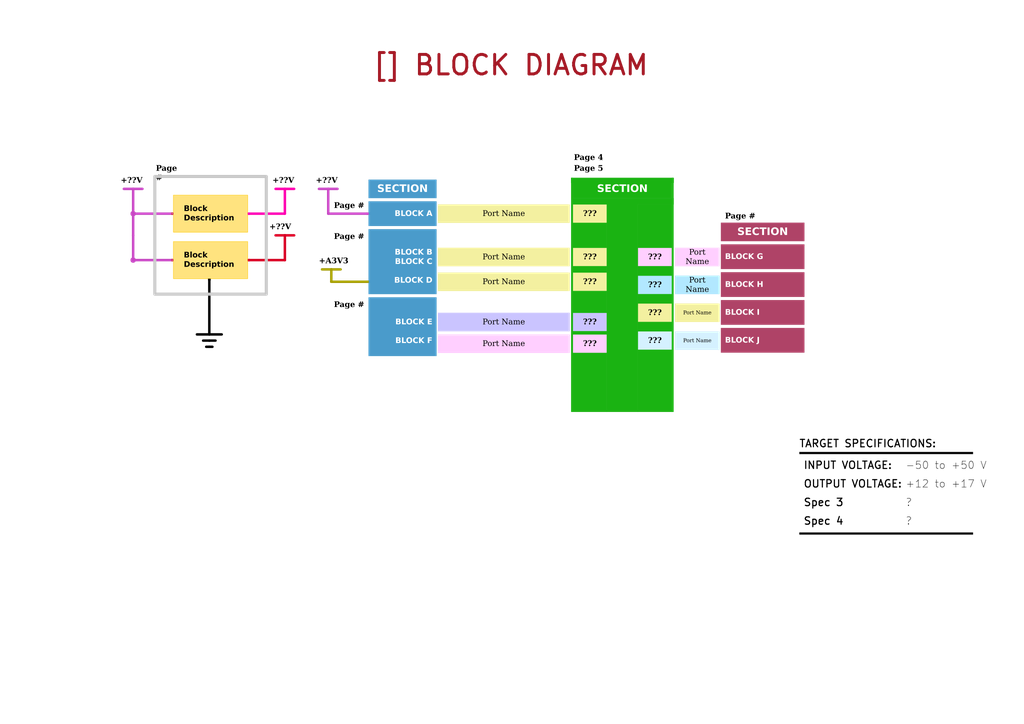
<source format=kicad_sch>
(kicad_sch
	(version 20250114)
	(generator "eeschema")
	(generator_version "9.0")
	(uuid "d4440dba-022e-49b2-97f2-6fc1871c7304")
	(paper "A3")
	(title_block
		(title "BLOCK DIAGRAM")
		(date "2025-01-12")
		(rev "${REVISION}")
		(company "${COMPANY}")
	)
	(lib_symbols)
	(rectangle
		(start 248.92 83.185)
		(end 261.62 168.91)
		(stroke
			(width 0)
			(type default)
			(color 26 179 18 1)
		)
		(fill
			(type color)
			(color 26 179 18 1)
		)
		(uuid 051b3dab-07ca-4b94-92bb-989d74ed83ce)
	)
	(rectangle
		(start 101.727 87.249)
		(end 102.362 88.011)
		(stroke
			(width 0.25)
			(type default)
			(color 255 0 171 1)
		)
		(fill
			(type color)
			(color 255 0 171 1)
		)
		(uuid 12a8f300-c059-4689-9da2-e775c9b7b222)
	)
	(rectangle
		(start 234.315 73.025)
		(end 276.225 74.93)
		(stroke
			(width 0.254)
			(type default)
			(color 26 179 18 1)
		)
		(fill
			(type color)
			(color 26 179 18 1)
		)
		(uuid 1c38ab9f-78ac-4525-a905-692b68e0d7be)
	)
	(rectangle
		(start 261.62 83.82)
		(end 275.59 101.6)
		(stroke
			(width 0)
			(type default)
			(color 26 179 18 1)
		)
		(fill
			(type color)
			(color 26 179 18 1)
		)
		(uuid 26212d99-97fb-4a34-b4ec-26a67ba18c64)
	)
	(rectangle
		(start 234.95 119.38)
		(end 248.92 128.27)
		(stroke
			(width 0)
			(type default)
			(color 26 179 18 1)
		)
		(fill
			(type color)
			(color 26 179 18 1)
		)
		(uuid 33939e83-1742-40c8-b78d-5af3b914ab31)
	)
	(rectangle
		(start 150.495 115.189)
		(end 151.13 115.951)
		(stroke
			(width 0.25)
			(type default)
			(color 162 155 0 1)
		)
		(fill
			(type color)
			(color 162 155 0 1)
		)
		(uuid 3b840477-c973-44d9-8a43-b3feac50c6bc)
	)
	(rectangle
		(start 275.59 73.025)
		(end 276.225 168.91)
		(stroke
			(width 0)
			(type default)
			(color 26 179 18 1)
		)
		(fill
			(type color)
			(color 26 179 18 1)
		)
		(uuid 43ad7506-e0d7-49b6-972c-517451df1dd9)
	)
	(rectangle
		(start 70.358 87.249)
		(end 70.993 88.011)
		(stroke
			(width 0.25)
			(type default)
			(color 200 50 50 1)
		)
		(fill
			(type color)
			(color 200 50 50 1)
		)
		(uuid 4c6cb9bc-6ebc-49a3-893d-9406d03eb74b)
	)
	(rectangle
		(start 261.62 132.08)
		(end 275.59 135.89)
		(stroke
			(width 0)
			(type default)
			(color 26 179 18 1)
		)
		(fill
			(type color)
			(color 26 179 18 1)
		)
		(uuid 5911023f-b729-4638-87b7-c8fa6a2da4ad)
	)
	(rectangle
		(start 71.12 99.06)
		(end 101.6 114.3)
		(stroke
			(width 0)
			(type default)
			(color 255 200 0 0.5019607843)
		)
		(fill
			(type color)
			(color 255 200 0 0.5019607843)
		)
		(uuid 6d27083e-baf9-459e-b0dc-430395e74362)
	)
	(rectangle
		(start 150.495 87.249)
		(end 151.13 88.011)
		(stroke
			(width 0.25)
			(type default)
			(color 198 71 194 1)
		)
		(fill
			(type color)
			(color 198 71 194 1)
		)
		(uuid 70402685-b75b-4b36-9a72-62f7d7d97bb6)
	)
	(rectangle
		(start 261.62 120.65)
		(end 275.59 124.46)
		(stroke
			(width 0)
			(type default)
			(color 26 179 18 1)
		)
		(fill
			(type color)
			(color 26 179 18 1)
		)
		(uuid 704c4eca-e0af-4df0-a6c1-739054ac1983)
	)
	(rectangle
		(start 234.95 109.22)
		(end 248.92 111.76)
		(stroke
			(width 0)
			(type default)
			(color 26 179 18 1)
		)
		(fill
			(type color)
			(color 26 179 18 1)
		)
		(uuid 74c5f5ac-510e-4c99-8e0e-ca2d145a7687)
	)
	(rectangle
		(start 261.62 109.22)
		(end 275.59 113.03)
		(stroke
			(width 0)
			(type default)
			(color 26 179 18 1)
		)
		(fill
			(type color)
			(color 26 179 18 1)
		)
		(uuid 87d7856c-4e25-4074-8ed9-6d9286fce9a4)
	)
	(rectangle
		(start 63.5 72.39)
		(end 109.22 120.65)
		(stroke
			(width 1.27)
			(type default)
			(color 200 200 200 1)
		)
		(fill
			(type none)
		)
		(uuid 897139e0-9c3f-4923-b42e-05cc6d59978b)
	)
	(rectangle
		(start 85.344 114.3)
		(end 86.36 115.062)
		(stroke
			(width 0.001)
			(type default)
			(color 0 0 0 1)
		)
		(fill
			(type color)
			(color 0 0 0 1)
		)
		(uuid 8fb245d6-696e-46a9-aee0-fc71b1bd2811)
	)
	(rectangle
		(start 70.358 106.299)
		(end 70.993 107.061)
		(stroke
			(width 0.25)
			(type default)
			(color 200 50 50 1)
		)
		(fill
			(type color)
			(color 200 50 50 1)
		)
		(uuid 926c14cd-51d6-4183-83aa-3acd3f364634)
	)
	(rectangle
		(start 327.914 218.44)
		(end 399.034 219.202)
		(stroke
			(width 0)
			(type default)
			(color 0 0 0 1)
		)
		(fill
			(type color)
			(color 0 0 0 1)
		)
		(uuid 96358351-64fb-49b9-98d4-c975a586b1c3)
	)
	(rectangle
		(start 234.95 135.89)
		(end 248.92 137.16)
		(stroke
			(width 0)
			(type default)
			(color 26 179 18 1)
		)
		(fill
			(type color)
			(color 26 179 18 1)
		)
		(uuid 97242065-2f97-4ca3-afed-c927195a53b5)
	)
	(rectangle
		(start 101.727 106.299)
		(end 102.362 107.061)
		(stroke
			(width 0.25)
			(type default)
			(color 212 0 32 1)
		)
		(fill
			(type color)
			(color 212 0 32 1)
		)
		(uuid b511ed02-73dc-4aca-8856-32e3a0e7b2bd)
	)
	(rectangle
		(start 234.95 91.44)
		(end 248.92 101.6)
		(stroke
			(width 0)
			(type default)
			(color 26 179 18 1)
		)
		(fill
			(type color)
			(color 26 179 18 1)
		)
		(uuid b7a01405-5415-4722-a9d4-e1bc398d69f2)
	)
	(rectangle
		(start 261.62 143.51)
		(end 275.59 168.91)
		(stroke
			(width 0)
			(type default)
			(color 26 179 18 1)
		)
		(fill
			(type color)
			(color 26 179 18 1)
		)
		(uuid c05a42e9-546b-43b1-a369-f14860ee7f90)
	)
	(rectangle
		(start 234.95 144.78)
		(end 248.92 168.91)
		(stroke
			(width 0)
			(type default)
			(color 26 179 18 1)
		)
		(fill
			(type color)
			(color 26 179 18 1)
		)
		(uuid c0f61f09-5d95-4ea6-baa5-6b9b5ba11fd4)
	)
	(circle
		(center 54.61 106.68)
		(radius 1.016)
		(stroke
			(width 0)
			(type default)
			(color 198 71 194 1)
		)
		(fill
			(type color)
			(color 198 71 194 1)
		)
		(uuid c30887ce-e8b0-4e61-8035-f856b5a10339)
	)
	(rectangle
		(start 327.914 185.42)
		(end 399.034 186.182)
		(stroke
			(width 0)
			(type default)
			(color 0 0 0 1)
		)
		(fill
			(type color)
			(color 0 0 0 1)
		)
		(uuid ca4906af-4562-456f-b79d-f6f2c9056c36)
	)
	(rectangle
		(start 71.12 80.01)
		(end 101.6 95.25)
		(stroke
			(width 0)
			(type default)
			(color 255 200 0 0.5019607843)
		)
		(fill
			(type color)
			(color 255 200 0 0.5019607843)
		)
		(uuid d13c4f55-d46a-439a-a208-cbdf66d39a09)
	)
	(rectangle
		(start 234.315 73.025)
		(end 234.95 168.91)
		(stroke
			(width 0)
			(type default)
			(color 26 179 18 1)
		)
		(fill
			(type color)
			(color 26 179 18 1)
		)
		(uuid dc9ef58a-3544-4871-98b7-f59b2deb6c2b)
	)
	(rectangle
		(start 234.95 81.28)
		(end 276.225 83.82)
		(stroke
			(width 0)
			(type default)
			(color 26 179 18 1)
		)
		(fill
			(type color)
			(color 26 179 18 1)
		)
		(uuid f6ac3050-3d82-4a34-858d-91b5402f431f)
	)
	(circle
		(center 54.61 87.63)
		(radius 1.016)
		(stroke
			(width 0)
			(type default)
			(color 198 71 194 1)
		)
		(fill
			(type color)
			(color 198 71 194 1)
		)
		(uuid fb962045-e3ad-427d-8e13-7189ce103507)
	)
	(text "+??V"
		(exclude_from_sim no)
		(at 49.53 76.2 0)
		(effects
			(font
				(face "Times New Roman")
				(size 2.286 2.286)
				(thickness 0.4572)
				(bold yes)
				(color 0 0 0 1)
			)
			(justify left bottom)
		)
		(uuid "101bf075-2779-4382-8921-8033e4839d29")
	)
	(text "+??V"
		(exclude_from_sim no)
		(at 129.54 76.2 0)
		(effects
			(font
				(face "Times New Roman")
				(size 2.286 2.286)
				(thickness 0.4572)
				(bold yes)
				(color 0 0 0 1)
			)
			(justify left bottom)
		)
		(uuid "23593793-e5e2-4dd7-8899-50a4202bb53e")
	)
	(text "+A3V3"
		(exclude_from_sim no)
		(at 130.81 109.22 0)
		(effects
			(font
				(face "Times New Roman")
				(size 2.286 2.286)
				(thickness 0.4572)
				(bold yes)
				(color 0 0 0 1)
			)
			(justify left bottom)
		)
		(uuid "7cb39811-7e9e-4b6a-b7ed-352cfdbf227b")
	)
	(text "+??V"
		(exclude_from_sim no)
		(at 119.38 95.25 0)
		(effects
			(font
				(face "Times New Roman")
				(size 2.286 2.286)
				(thickness 0.4572)
				(bold yes)
				(color 0 0 0 1)
			)
			(justify right bottom)
		)
		(uuid "ad6e3829-3684-4af1-9a28-ced841b0c880")
	)
	(text "+??V"
		(exclude_from_sim no)
		(at 120.65 76.2 0)
		(effects
			(font
				(face "Times New Roman")
				(size 2.286 2.286)
				(thickness 0.4572)
				(bold yes)
				(color 0 0 0 1)
			)
			(justify right bottom)
		)
		(uuid "f6a5ad4b-42cb-4635-94fa-d83f0234055d")
	)
	(text_box "?"
		(exclude_from_sim no)
		(at 369.062 201.93 0)
		(size 38.608 7.62)
		(margins 2.2859 2.2859 2.2859 2.2859)
		(stroke
			(width -0.0001)
			(type solid)
		)
		(fill
			(type none)
		)
		(effects
			(font
				(size 3.048 3.048)
				(color 0 0 0 1)
			)
			(justify left top)
		)
		(uuid "00bc9f57-119c-4ac2-9e50-9ab01df1f8cd")
	)
	(text_box "SECTION"
		(exclude_from_sim no)
		(at 295.656 91.313 0)
		(size 34.29 7.62)
		(margins 2.2859 2.2859 2.2859 2.2859)
		(stroke
			(width -0.0001)
			(type default)
		)
		(fill
			(type color)
			(color 175 67 103 1)
		)
		(effects
			(font
				(face "Arial")
				(size 3.048 3.048)
				(bold yes)
				(color 255 255 255 1)
			)
		)
		(uuid "08792924-1597-48a7-a535-4ea702d4e92a")
	)
	(text_box "Spec 4"
		(exclude_from_sim no)
		(at 327.152 209.55 0)
		(size 44.45 7.62)
		(margins 2.2859 2.2859 2.2859 2.2859)
		(stroke
			(width -0.0001)
			(type default)
		)
		(fill
			(type none)
		)
		(effects
			(font
				(size 3.048 3.048)
				(thickness 0.4572)
				(bold yes)
				(color 0 0 0 1)
			)
			(justify left top)
		)
		(uuid "0b8fa12d-be48-46d8-a337-f14f24e9a703")
	)
	(text_box "BLOCK H"
		(exclude_from_sim no)
		(at 295.656 111.633 0)
		(size 34.29 10.16)
		(margins 1.7144 1.7144 1.7144 1.7144)
		(stroke
			(width -0.0001)
			(type default)
		)
		(fill
			(type color)
			(color 175 67 103 1)
		)
		(effects
			(font
				(face "Arial")
				(size 2.286 2.286)
				(bold yes)
				(color 255 255 255 1)
			)
			(justify left)
		)
		(uuid "0b9b765b-8d21-4bd4-bfcc-8abb2cd50003")
	)
	(text_box "\nBLOCK B\nBLOCK C\n\nBLOCK D"
		(exclude_from_sim no)
		(at 151.13 93.98 0)
		(size 27.94 26.67)
		(margins 1.7144 1.7144 1.7144 1.7144)
		(stroke
			(width -0.0001)
			(type default)
		)
		(fill
			(type color)
			(color 74 155 203 1)
		)
		(effects
			(font
				(face "Arial")
				(size 2.286 2.286)
				(bold yes)
				(color 255 255 255 1)
			)
			(justify right)
		)
		(uuid "0ca6e80b-6bc5-4e32-b003-d47921d4eb4e")
	)
	(text_box "BLOCK I"
		(exclude_from_sim no)
		(at 295.656 123.063 0)
		(size 34.29 10.16)
		(margins 1.7144 1.7144 1.7144 1.7144)
		(stroke
			(width -0.0001)
			(type default)
		)
		(fill
			(type color)
			(color 175 67 103 1)
		)
		(effects
			(font
				(face "Arial")
				(size 2.286 2.286)
				(bold yes)
				(color 255 255 255 1)
			)
			(justify left)
		)
		(uuid "11e64421-736a-42af-9a25-95ee829c7839")
	)
	(text_box "-50 to +50 V"
		(exclude_from_sim no)
		(at 369.062 186.69 0)
		(size 38.608 7.62)
		(margins 2.2859 2.2859 2.2859 2.2859)
		(stroke
			(width -0.0001)
			(type solid)
		)
		(fill
			(type none)
		)
		(effects
			(font
				(size 3.048 3.048)
				(color 0 0 0 1)
			)
			(justify left top)
		)
		(uuid "15dd005a-2a1f-436c-a9b8-4953c7e00daf")
	)
	(text_box "?"
		(exclude_from_sim no)
		(at 369.062 209.55 0)
		(size 38.608 7.62)
		(margins 2.2859 2.2859 2.2859 2.2859)
		(stroke
			(width -0.0001)
			(type solid)
		)
		(fill
			(type none)
		)
		(effects
			(font
				(size 3.048 3.048)
				(color 0 0 0 1)
			)
			(justify left top)
		)
		(uuid "1cc386dc-faef-4e1b-8604-a2fbcb4e24d1")
	)
	(text_box "Block\nDescription"
		(exclude_from_sim no)
		(at 73.66 82.55 0)
		(size 25.4 10.16)
		(margins 1.7144 1.7144 1.7144 1.7144)
		(stroke
			(width -0.0001)
			(type default)
		)
		(fill
			(type none)
		)
		(effects
			(font
				(face "Arial")
				(size 2.286 2.286)
				(thickness 0.254)
				(bold yes)
				(color 0 0 0 1)
			)
			(justify left top)
		)
		(uuid "2663f24d-cd9a-4dae-a281-16b6b61253ad")
	)
	(text_box "+12 to +17 V"
		(exclude_from_sim no)
		(at 369.062 194.31 0)
		(size 38.608 7.62)
		(margins 2.2859 2.2859 2.2859 2.2859)
		(stroke
			(width -0.0001)
			(type solid)
		)
		(fill
			(type none)
		)
		(effects
			(font
				(size 3.048 3.048)
				(color 0 0 0 1)
			)
			(justify left top)
		)
		(uuid "2a1159a5-0c1f-4f16-a64c-870a8a8c15e1")
	)
	(text_box "SECTION"
		(exclude_from_sim no)
		(at 234.95 73.66 0)
		(size 40.64 7.62)
		(margins 2.2859 2.2859 2.2859 2.2859)
		(stroke
			(width -0.0001)
			(type default)
		)
		(fill
			(type color)
			(color 26 179 18 1)
		)
		(effects
			(font
				(face "Arial")
				(size 3.048 3.048)
				(bold yes)
				(color 255 255 255 1)
			)
		)
		(uuid "303e44ee-abec-47f8-8dea-369c5a3e7105")
	)
	(text_box "???"
		(exclude_from_sim no)
		(at 234.95 101.6 0)
		(size 13.97 7.62)
		(margins 1.7144 1.7144 1.7144 1.7144)
		(stroke
			(width -0.0001)
			(type default)
		)
		(fill
			(type color)
			(color 243 240 160 1)
		)
		(effects
			(font
				(face "Times New Roman")
				(size 2.286 2.286)
				(bold yes)
				(color 0 0 0 1)
			)
		)
		(uuid "31760221-0d6f-4f56-83a1-ee270701886f")
	)
	(text_box "Port Name"
		(exclude_from_sim no)
		(at 276.86 101.6 0)
		(size 18.288 7.62)
		(margins 1.7144 1.7144 1.7144 1.7144)
		(stroke
			(width -0.0001)
			(type default)
		)
		(fill
			(type color)
			(color 255 207 255 1)
		)
		(effects
			(font
				(face "Times New Roman")
				(size 2.286 2.286)
				(italic yes)
				(color 0 0 0 1)
			)
		)
		(uuid "3821ca79-fb94-443d-a0d0-b8f77f4280b0")
	)
	(text_box "BLOCK G"
		(exclude_from_sim no)
		(at 295.656 100.203 0)
		(size 34.29 10.16)
		(margins 1.7144 1.7144 1.7144 1.7144)
		(stroke
			(width -0.0001)
			(type default)
		)
		(fill
			(type color)
			(color 175 67 103 1)
		)
		(effects
			(font
				(face "Arial")
				(size 2.286 2.286)
				(bold yes)
				(color 255 255 255 1)
			)
			(justify left)
		)
		(uuid "3876e24b-eb64-40f0-82f4-8ed551a76338")
	)
	(text_box "???"
		(exclude_from_sim no)
		(at 234.95 137.16 0)
		(size 13.97 7.62)
		(margins 1.7144 1.7144 1.7144 1.7144)
		(stroke
			(width -0.0001)
			(type default)
		)
		(fill
			(type color)
			(color 255 207 255 1)
		)
		(effects
			(font
				(face "Times New Roman")
				(size 2.286 2.286)
				(bold yes)
				(color 0 0 0 1)
			)
		)
		(uuid "3a803ec7-48bf-494a-8620-a6b0d82a5e96")
	)
	(text_box "Page #"
		(exclude_from_sim no)
		(at 133.35 81.28 0)
		(size 17.78 5.08)
		(margins 1.7144 1.7144 1.7144 1.7144)
		(stroke
			(width -0.0001)
			(type default)
		)
		(fill
			(type none)
		)
		(effects
			(font
				(face "Times New Roman")
				(size 2.286 2.286)
				(thickness 0.4572)
				(bold yes)
				(color 0 0 0 1)
			)
			(justify right top)
		)
		(uuid "437beeb4-8fab-4629-8a22-68c4be7a2c41")
	)
	(text_box "Port Name"
		(exclude_from_sim no)
		(at 276.86 135.89 0)
		(size 18.288 7.62)
		(margins 1.1429 1.1429 1.1429 1.1429)
		(stroke
			(width -0.0001)
			(type default)
		)
		(fill
			(type color)
			(color 213 241 255 1)
		)
		(effects
			(font
				(face "Times New Roman")
				(size 1.524 1.524)
				(italic yes)
				(color 0 0 0 1)
			)
		)
		(uuid "5bc00d08-ece7-489a-82a0-99db7e5f4aea")
	)
	(text_box "Port Name"
		(exclude_from_sim no)
		(at 179.578 101.6 0)
		(size 54.102 7.62)
		(margins 1.7144 1.7144 1.7144 1.7144)
		(stroke
			(width -0.0001)
			(type default)
		)
		(fill
			(type color)
			(color 243 240 160 1)
		)
		(effects
			(font
				(face "Times New Roman")
				(size 2.286 2.286)
				(italic yes)
				(color 0 0 0 1)
			)
		)
		(uuid "5ce5a322-8350-4910-8fa8-1f7f1d462e6a")
	)
	(text_box "Port Name"
		(exclude_from_sim no)
		(at 276.86 124.46 0)
		(size 18.288 7.62)
		(margins 1.1429 1.1429 1.1429 1.1429)
		(stroke
			(width -0.0001)
			(type default)
		)
		(fill
			(type color)
			(color 243 240 160 1)
		)
		(effects
			(font
				(face "Times New Roman")
				(size 1.524 1.524)
				(italic yes)
				(color 0 0 0 1)
			)
		)
		(uuid "5f4a2d80-9818-43e5-9ca8-d8665fb36805")
	)
	(text_box "Page 4"
		(exclude_from_sim no)
		(at 233.68 61.595 0)
		(size 24.765 5.08)
		(margins 1.7144 1.7144 1.7144 1.7144)
		(stroke
			(width -0.0001)
			(type default)
		)
		(fill
			(type none)
		)
		(effects
			(font
				(face "Times New Roman")
				(size 2.286 2.286)
				(thickness 0.4572)
				(bold yes)
				(color 0 0 0 1)
			)
			(justify left top)
		)
		(uuid "5fb758b9-5535-46ac-bcbe-588aaeffe614")
	)
	(text_box "???"
		(exclude_from_sim no)
		(at 261.62 113.03 0)
		(size 13.97 7.62)
		(margins 1.7144 1.7144 1.7144 1.7144)
		(stroke
			(width -0.0001)
			(type default)
		)
		(fill
			(type color)
			(color 178 232 255 1)
		)
		(effects
			(font
				(face "Times New Roman")
				(size 2.286 2.286)
				(bold yes)
				(color 0 0 0 1)
			)
		)
		(uuid "6bb82d71-4237-4fb9-a71e-68c5a65a7171")
	)
	(text_box "Page #"
		(exclude_from_sim no)
		(at 133.35 121.92 0)
		(size 17.78 5.08)
		(margins 1.7144 1.7144 1.7144 1.7144)
		(stroke
			(width -0.0001)
			(type default)
		)
		(fill
			(type none)
		)
		(effects
			(font
				(face "Times New Roman")
				(size 2.286 2.286)
				(thickness 0.4572)
				(bold yes)
				(color 0 0 0 1)
			)
			(justify right top)
			(href "#")
		)
		(uuid "71234750-6a94-4706-b48c-45e77bb2fa83")
	)
	(text_box "[${#}] ${TITLE}"
		(exclude_from_sim no)
		(at 142.24 20.32 0)
		(size 134.62 12.7)
		(margins 5.9999 5.9999 5.9999 5.9999)
		(stroke
			(width -0.0001)
			(type default)
		)
		(fill
			(type none)
		)
		(effects
			(font
				(size 8 8)
				(thickness 1.2)
				(bold yes)
				(color 162 22 34 1)
			)
		)
		(uuid "73b2b29c-2473-4e80-be0b-4f57c6856c3e")
	)
	(text_box "INPUT VOLTAGE:"
		(exclude_from_sim no)
		(at 327.152 186.69 0)
		(size 47.498 7.62)
		(margins 2.2859 2.2859 2.2859 2.2859)
		(stroke
			(width -0.0001)
			(type solid)
		)
		(fill
			(type none)
		)
		(effects
			(font
				(size 3.048 3.048)
				(thickness 0.4572)
				(bold yes)
				(color 0 0 0 1)
			)
			(justify left top)
		)
		(uuid "7a48ef1e-fc21-4f84-87ab-2b944a808bd0")
	)
	(text_box "SECTION"
		(exclude_from_sim no)
		(at 151.13 73.66 0)
		(size 27.94 7.62)
		(margins 2.2859 2.2859 2.2859 2.2859)
		(stroke
			(width -0.0001)
			(type default)
		)
		(fill
			(type color)
			(color 74 155 203 1)
		)
		(effects
			(font
				(face "Arial")
				(size 3.048 3.048)
				(bold yes)
				(color 255 255 255 1)
			)
		)
		(uuid "7a77dff7-2b2f-4cc0-b247-3708c3bf73e3")
	)
	(text_box "Port Name"
		(exclude_from_sim no)
		(at 179.578 137.16 0)
		(size 54.102 7.62)
		(margins 1.7144 1.7144 1.7144 1.7144)
		(stroke
			(width -0.0001)
			(type default)
		)
		(fill
			(type color)
			(color 255 207 255 1)
		)
		(effects
			(font
				(face "Times New Roman")
				(size 2.286 2.286)
				(italic yes)
				(color 0 0 0 1)
			)
		)
		(uuid "84849006-fb86-4477-a3f4-4ca49bfeb231")
	)
	(text_box "Page #"
		(exclude_from_sim no)
		(at 133.35 93.98 0)
		(size 17.78 5.08)
		(margins 1.7144 1.7144 1.7144 1.7144)
		(stroke
			(width -0.0001)
			(type default)
		)
		(fill
			(type none)
		)
		(effects
			(font
				(face "Times New Roman")
				(size 2.286 2.286)
				(thickness 0.4572)
				(bold yes)
				(color 0 0 0 1)
			)
			(justify right top)
		)
		(uuid "87f20548-41ba-4502-b504-e75401f699bf")
	)
	(text_box "???"
		(exclude_from_sim no)
		(at 234.95 128.27 0)
		(size 13.97 7.62)
		(margins 1.7144 1.7144 1.7144 1.7144)
		(stroke
			(width -0.0001)
			(type default)
		)
		(fill
			(type color)
			(color 202 196 255 1)
		)
		(effects
			(font
				(face "Times New Roman")
				(size 2.286 2.286)
				(bold yes)
				(color 0 0 0 1)
			)
		)
		(uuid "88cc83e7-7bb4-4d6b-9595-b9e1bee5e04b")
	)
	(text_box "TARGET SPECIFICATIONS:"
		(exclude_from_sim no)
		(at 325.374 177.8 0)
		(size 73.66 7.62)
		(margins 2.2859 2.2859 2.2859 2.2859)
		(stroke
			(width -0.0001)
			(type solid)
		)
		(fill
			(type none)
		)
		(effects
			(font
				(size 3.048 3.048)
				(thickness 0.4572)
				(bold yes)
				(color 0 0 0 1)
			)
			(justify left top)
		)
		(uuid "92d1b8db-5c65-4f81-bd38-95477ba2f196")
	)
	(text_box "???"
		(exclude_from_sim no)
		(at 234.95 111.76 0)
		(size 13.97 7.62)
		(margins 1.7144 1.7144 1.7144 1.7144)
		(stroke
			(width -0.0001)
			(type default)
		)
		(fill
			(type color)
			(color 243 240 160 1)
		)
		(effects
			(font
				(face "Times New Roman")
				(size 2.286 2.286)
				(bold yes)
				(color 0 0 0 1)
			)
		)
		(uuid "944097c9-4bfa-4c51-95fb-545c2fe74181")
	)
	(text_box "???"
		(exclude_from_sim no)
		(at 261.62 135.89 0)
		(size 13.97 7.62)
		(margins 1.7144 1.7144 1.7144 1.7144)
		(stroke
			(width -0.0001)
			(type default)
		)
		(fill
			(type color)
			(color 213 241 255 1)
		)
		(effects
			(font
				(face "Times New Roman")
				(size 2.286 2.286)
				(bold yes)
				(color 0 0 0 1)
			)
		)
		(uuid "96a92221-2447-4655-a0df-2333f7d2fcea")
	)
	(text_box "???"
		(exclude_from_sim no)
		(at 261.62 101.6 0)
		(size 13.97 7.62)
		(margins 1.7144 1.7144 1.7144 1.7144)
		(stroke
			(width -0.0001)
			(type default)
		)
		(fill
			(type color)
			(color 255 207 255 1)
		)
		(effects
			(font
				(face "Times New Roman")
				(size 2.286 2.286)
				(bold yes)
				(color 0 0 0 1)
			)
		)
		(uuid "99de4852-1e6a-43c2-80a3-f90f994ca547")
	)
	(text_box "Port Name"
		(exclude_from_sim no)
		(at 179.578 111.76 0)
		(size 54.102 7.62)
		(margins 1.7144 1.7144 1.7144 1.7144)
		(stroke
			(width -0.0001)
			(type default)
		)
		(fill
			(type color)
			(color 243 240 160 1)
		)
		(effects
			(font
				(face "Times New Roman")
				(size 2.286 2.286)
				(italic yes)
				(color 0 0 0 1)
			)
		)
		(uuid "9f20ae52-6c21-4c39-bd5b-0dd4e6ac30ac")
	)
	(text_box "Spec 3"
		(exclude_from_sim no)
		(at 327.152 201.93 0)
		(size 41.91 7.62)
		(margins 2.2859 2.2859 2.2859 2.2859)
		(stroke
			(width -0.0001)
			(type default)
		)
		(fill
			(type none)
		)
		(effects
			(font
				(size 3.048 3.048)
				(thickness 0.4572)
				(bold yes)
				(color 0 0 0 1)
			)
			(justify left top)
		)
		(uuid "a94bbe48-2b5a-4095-ae3e-6304ba06e582")
	)
	(text_box "OUTPUT VOLTAGE:"
		(exclude_from_sim no)
		(at 327.152 194.31 0)
		(size 46.228 7.62)
		(margins 2.2859 2.2859 2.2859 2.2859)
		(stroke
			(width -0.0001)
			(type solid)
		)
		(fill
			(type none)
		)
		(effects
			(font
				(size 3.048 3.048)
				(thickness 0.4572)
				(bold yes)
				(color 0 0 0 1)
			)
			(justify left top)
		)
		(uuid "acb13397-22c2-4daa-8b50-96cfdf3951b7")
	)
	(text_box "???"
		(exclude_from_sim no)
		(at 234.95 83.82 0)
		(size 13.97 7.62)
		(margins 1.7144 1.7144 1.7144 1.7144)
		(stroke
			(width -0.0001)
			(type default)
		)
		(fill
			(type color)
			(color 243 240 160 1)
		)
		(effects
			(font
				(face "Times New Roman")
				(size 2.286 2.286)
				(bold yes)
				(color 0 0 0 1)
			)
		)
		(uuid "b718a613-50e2-4e59-ad8f-81f389012f74")
	)
	(text_box "Port Name"
		(exclude_from_sim no)
		(at 179.578 128.27 0)
		(size 54.102 7.62)
		(margins 1.7144 1.7144 1.7144 1.7144)
		(stroke
			(width -0.0001)
			(type default)
		)
		(fill
			(type color)
			(color 202 196 255 1)
		)
		(effects
			(font
				(face "Times New Roman")
				(size 2.286 2.286)
				(italic yes)
				(color 0 0 0 1)
			)
		)
		(uuid "be16dbe1-3641-4384-b37c-5e66a5e92800")
	)
	(text_box "Block\nDescription"
		(exclude_from_sim no)
		(at 73.66 101.6 0)
		(size 25.4 10.16)
		(margins 1.7144 1.7144 1.7144 1.7144)
		(stroke
			(width -0.0001)
			(type default)
		)
		(fill
			(type none)
		)
		(effects
			(font
				(face "Arial")
				(size 2.286 2.286)
				(thickness 0.254)
				(bold yes)
				(color 0 0 0 1)
			)
			(justify left top)
		)
		(uuid "c57b2792-b5b6-4248-8bcf-18760935fbf0")
	)
	(text_box "Port Name"
		(exclude_from_sim no)
		(at 276.86 113.03 0)
		(size 18.288 7.62)
		(margins 1.7144 1.7144 1.7144 1.7144)
		(stroke
			(width -0.0001)
			(type default)
		)
		(fill
			(type color)
			(color 178 232 255 1)
		)
		(effects
			(font
				(face "Times New Roman")
				(size 2.286 2.286)
				(italic yes)
				(color 0 0 0 1)
			)
		)
		(uuid "c774310f-dfe3-45db-be98-953f7da6465f")
	)
	(text_box "Page #"
		(exclude_from_sim no)
		(at 62.23 66.04 0)
		(size 13.97 5.08)
		(margins 1.7144 1.7144 1.7144 1.7144)
		(stroke
			(width -0.0001)
			(type default)
		)
		(fill
			(type none)
		)
		(effects
			(font
				(face "Times New Roman")
				(size 2.286 2.286)
				(thickness 0.4572)
				(bold yes)
				(color 0 0 0 1)
			)
			(justify left top)
		)
		(uuid "d9eed77b-8391-48bf-a073-8dcaf7ecaa31")
	)
	(text_box "BLOCK A"
		(exclude_from_sim no)
		(at 151.13 82.55 0)
		(size 27.94 10.16)
		(margins 1.7144 1.7144 1.7144 1.7144)
		(stroke
			(width -0.0001)
			(type default)
		)
		(fill
			(type color)
			(color 74 155 203 1)
		)
		(effects
			(font
				(face "Arial")
				(size 2.286 2.286)
				(bold yes)
				(color 255 255 255 1)
			)
			(justify right)
		)
		(uuid "de576dbe-9b0c-4ccd-a266-17b9b354345b")
	)
	(text_box "Port Name"
		(exclude_from_sim no)
		(at 179.578 83.82 0)
		(size 54.102 7.62)
		(margins 1.7144 1.7144 1.7144 1.7144)
		(stroke
			(width -0.0001)
			(type default)
		)
		(fill
			(type color)
			(color 243 240 160 1)
		)
		(effects
			(font
				(face "Times New Roman")
				(size 2.286 2.286)
				(italic yes)
				(color 0 0 0 1)
			)
		)
		(uuid "e4d2bfdf-da93-4c54-800e-be869ac37023")
	)
	(text_box "???"
		(exclude_from_sim no)
		(at 261.62 124.46 0)
		(size 13.97 7.62)
		(margins 1.7144 1.7144 1.7144 1.7144)
		(stroke
			(width -0.0001)
			(type default)
		)
		(fill
			(type color)
			(color 243 240 160 1)
		)
		(effects
			(font
				(face "Times New Roman")
				(size 2.286 2.286)
				(bold yes)
				(color 0 0 0 1)
			)
		)
		(uuid "ecd90e4f-03f0-4de1-bc8b-8f151772557e")
	)
	(text_box "\nBLOCK E\n\nBLOCK F"
		(exclude_from_sim no)
		(at 151.13 121.92 0)
		(size 27.94 24.13)
		(margins 1.7144 1.7144 1.7144 1.7144)
		(stroke
			(width -0.0001)
			(type default)
		)
		(fill
			(type color)
			(color 74 155 203 1)
		)
		(effects
			(font
				(face "Arial")
				(size 2.286 2.286)
				(bold yes)
				(color 255 255 255 1)
			)
			(justify right)
		)
		(uuid "f0caa8ad-c53d-4be7-a0df-6a7fccf418bb")
	)
	(text_box "BLOCK J"
		(exclude_from_sim no)
		(at 295.656 134.493 0)
		(size 34.29 10.16)
		(margins 1.7144 1.7144 1.7144 1.7144)
		(stroke
			(width -0.0001)
			(type default)
		)
		(fill
			(type color)
			(color 175 67 103 1)
		)
		(effects
			(font
				(face "Arial")
				(size 2.286 2.286)
				(bold yes)
				(color 255 255 255 1)
			)
			(justify left)
		)
		(uuid "f1a231a9-4a97-4e03-af77-e46caf6743df")
	)
	(text_box "Page 5"
		(exclude_from_sim no)
		(at 233.68 66.04 0)
		(size 24.765 5.08)
		(margins 1.7144 1.7144 1.7144 1.7144)
		(stroke
			(width -0.0001)
			(type default)
		)
		(fill
			(type none)
		)
		(effects
			(font
				(face "Times New Roman")
				(size 2.286 2.286)
				(thickness 0.4572)
				(bold yes)
				(color 0 0 0 1)
			)
			(justify left top)
			(href "#5")
		)
		(uuid "f4bd87c5-f2bc-4cb7-a254-f36834bb4744")
	)
	(text_box "Page #"
		(exclude_from_sim no)
		(at 295.656 85.598 0)
		(size 17.78 5.08)
		(margins 1.7144 1.7144 1.7144 1.7144)
		(stroke
			(width -0.0001)
			(type default)
		)
		(fill
			(type none)
		)
		(effects
			(font
				(face "Times New Roman")
				(size 2.286 2.286)
				(thickness 0.4572)
				(bold yes)
				(color 0 0 0 1)
			)
			(justify left top)
			(href "#8")
		)
		(uuid "f9cfb483-344e-45f2-991c-61549317056f")
	)
	(polyline
		(pts
			(xy 70.612 106.68) (xy 54.61 106.68)
		)
		(stroke
			(width 1.016)
			(type default)
			(color 198 71 194 1)
		)
		(uuid "0078cbf7-9098-45ec-96f3-0b36f648924d")
	)
	(polyline
		(pts
			(xy 89.662 120.65) (xy 85.852 120.65)
		)
		(stroke
			(width 1.016)
			(type default)
			(color 0 0 0 1)
		)
		(uuid "056eb4ac-5e1a-40de-a6e6-602ab4b463f8")
	)
	(polyline
		(pts
			(xy 70.612 87.63) (xy 54.61 87.63)
		)
		(stroke
			(width 1.016)
			(type default)
			(color 198 71 194 1)
		)
		(uuid "08fc0cd0-29a2-41e6-a897-d7a6a489c1c7")
	)
	(polyline
		(pts
			(xy 87.122 142.24) (xy 85.852 142.24)
		)
		(stroke
			(width 1.016)
			(type default)
			(color 0 0 0 1)
		)
		(uuid "16292375-e090-4b0a-9979-2cc082e8c0cc")
	)
	(polyline
		(pts
			(xy 150.622 87.63) (xy 134.62 87.63)
		)
		(stroke
			(width 1.016)
			(type default)
			(color 198 71 194 1)
		)
		(uuid "18ccff52-fe32-4310-8592-269233d1181b")
	)
	(polyline
		(pts
			(xy 116.84 96.52) (xy 116.84 106.68)
		)
		(stroke
			(width 1.016)
			(type default)
			(color 212 0 32 1)
		)
		(uuid "22ecdb21-cb6c-4fea-8215-9ca181dc7654")
	)
	(polyline
		(pts
			(xy 85.852 114.808) (xy 85.852 137.16)
		)
		(stroke
			(width 1.016)
			(type default)
			(color 0 0 0 1)
		)
		(uuid "2bd63e72-c2e0-4174-99b9-37b4608d1b51")
	)
	(polyline
		(pts
			(xy 116.84 77.47) (xy 116.84 87.63)
		)
		(stroke
			(width 1.016)
			(type default)
			(color 255 0 171 1)
		)
		(uuid "3868fb89-5692-47ab-8dc3-c1768a62c47d")
	)
	(polyline
		(pts
			(xy 120.65 96.52) (xy 116.84 96.52)
		)
		(stroke
			(width 1.016)
			(type default)
			(color 212 0 32 1)
		)
		(uuid "3ad61ad5-2501-40ac-9bf7-e665e25219ef")
	)
	(polyline
		(pts
			(xy 50.8 77.47) (xy 54.61 77.47)
		)
		(stroke
			(width 1.016)
			(type default)
			(color 198 71 194 1)
		)
		(uuid "46995de7-d2ae-43dc-828c-7a85c3a686f0")
	)
	(polyline
		(pts
			(xy 54.61 87.63) (xy 54.61 96.52)
		)
		(stroke
			(width 1.016)
			(type default)
			(color 198 71 194 1)
		)
		(uuid "643459a2-2a93-46f1-8503-aa865b67ae0a")
	)
	(polyline
		(pts
			(xy 102.108 87.63) (xy 116.84 87.63)
		)
		(stroke
			(width 1.016)
			(type default)
			(color 255 0 171 1)
		)
		(uuid "72e45290-1169-4f8d-8787-af61206287b7")
	)
	(polyline
		(pts
			(xy 85.852 139.7) (xy 83.312 139.7)
		)
		(stroke
			(width 1.016)
			(type default)
			(color 0 0 0 1)
		)
		(uuid "7423a2fa-a301-488a-ae90-a426fc1d0892")
	)
	(polyline
		(pts
			(xy 88.392 139.7) (xy 85.852 139.7)
		)
		(stroke
			(width 1.016)
			(type default)
			(color 0 0 0 1)
		)
		(uuid "76447def-e6fd-482e-8306-88604873856d")
	)
	(polyline
		(pts
			(xy 132.08 110.49) (xy 135.89 110.49)
		)
		(stroke
			(width 1.016)
			(type default)
			(color 162 155 0 1)
		)
		(uuid "7bd287d3-dc22-4cf8-a763-778f3da65289")
	)
	(polyline
		(pts
			(xy 54.61 77.47) (xy 54.61 87.63)
		)
		(stroke
			(width 1.016)
			(type default)
			(color 198 71 194 1)
		)
		(uuid "8cfd58b3-fea8-4a65-9b23-c746ab0a9f02")
	)
	(polyline
		(pts
			(xy 80.772 137.16) (xy 85.852 137.16)
		)
		(stroke
			(width 1.016)
			(type default)
			(color 0 0 0 1)
		)
		(uuid "95a37cc2-e75a-4501-a098-956d2a7cf878")
	)
	(polyline
		(pts
			(xy 134.62 77.47) (xy 134.62 87.63)
		)
		(stroke
			(width 1.016)
			(type default)
			(color 198 71 194 1)
		)
		(uuid "9ea93a8a-79ec-4966-b5b9-d418a1953413")
	)
	(polyline
		(pts
			(xy 134.62 77.47) (xy 138.43 77.47)
		)
		(stroke
			(width 1.016)
			(type default)
			(color 198 71 194 1)
		)
		(uuid "a0186362-c474-4f60-92f7-0cd6ab4716b3")
	)
	(polyline
		(pts
			(xy 54.61 77.47) (xy 58.42 77.47)
		)
		(stroke
			(width 1.016)
			(type default)
			(color 198 71 194 1)
		)
		(uuid "aa5dc26a-edf0-426a-baae-3922b009809d")
	)
	(polyline
		(pts
			(xy 116.84 77.47) (xy 113.03 77.47)
		)
		(stroke
			(width 1.016)
			(type default)
			(color 255 0 171 1)
		)
		(uuid "abfb0e67-9089-48e8-8232-8502ca1768e2")
	)
	(polyline
		(pts
			(xy 85.852 142.24) (xy 84.582 142.24)
		)
		(stroke
			(width 1.016)
			(type default)
			(color 0 0 0 1)
		)
		(uuid "ae679bf6-2423-4eb6-83ff-203e4dbc3b14")
	)
	(polyline
		(pts
			(xy 130.81 77.47) (xy 134.62 77.47)
		)
		(stroke
			(width 1.016)
			(type default)
			(color 198 71 194 1)
		)
		(uuid "b0945337-03d4-457a-9c2e-c0bab7dcf94e")
	)
	(polyline
		(pts
			(xy 150.622 115.57) (xy 135.89 115.57)
		)
		(stroke
			(width 1.016)
			(type default)
			(color 162 155 0 1)
		)
		(uuid "b3418ae8-9d75-4e41-a3da-190702cd18d2")
	)
	(polyline
		(pts
			(xy 116.84 96.52) (xy 113.03 96.52)
		)
		(stroke
			(width 1.016)
			(type default)
			(color 212 0 32 1)
		)
		(uuid "b6c0a1ce-c65c-4ea7-8db7-d4822d92fceb")
	)
	(polyline
		(pts
			(xy 85.852 120.65) (xy 82.042 120.65)
		)
		(stroke
			(width 1.016)
			(type default)
			(color 0 0 0 1)
		)
		(uuid "bbbec36c-623f-4102-99b0-eff22d217ba1")
	)
	(polyline
		(pts
			(xy 120.65 77.47) (xy 116.84 77.47)
		)
		(stroke
			(width 1.016)
			(type default)
			(color 255 0 171 1)
		)
		(uuid "d29a50be-ce3c-4cb1-b849-60799978c305")
	)
	(polyline
		(pts
			(xy 135.89 110.49) (xy 135.89 115.57)
		)
		(stroke
			(width 1.016)
			(type default)
			(color 162 155 0 1)
		)
		(uuid "e522b6d4-c3ef-41d5-9de8-677c57429daf")
	)
	(polyline
		(pts
			(xy 102.108 106.68) (xy 116.84 106.68)
		)
		(stroke
			(width 1.016)
			(type default)
			(color 212 0 32 1)
		)
		(uuid "e77019d6-1773-46ed-953e-95dcf6e77cd6")
	)
	(polyline
		(pts
			(xy 54.61 96.52) (xy 54.61 106.68)
		)
		(stroke
			(width 1.016)
			(type default)
			(color 198 71 194 1)
		)
		(uuid "f15951f9-af67-479e-871b-cba1a69ad58a")
	)
	(polyline
		(pts
			(xy 135.89 110.49) (xy 139.7 110.49)
		)
		(stroke
			(width 1.016)
			(type default)
			(color 162 155 0 1)
		)
		(uuid "f20be4ca-f5a2-4033-9321-086a1473fb5f")
	)
	(polyline
		(pts
			(xy 85.852 137.16) (xy 90.932 137.16)
		)
		(stroke
			(width 1.016)
			(type default)
			(color 0 0 0 1)
		)
		(uuid "f5115127-85c3-4f3c-ba14-b9a3028b6847")
	)
)

</source>
